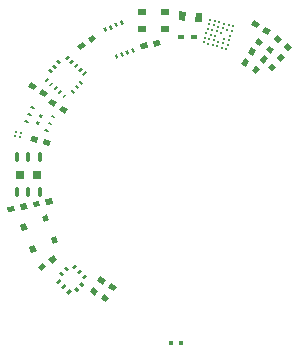
<source format=gtp>
G04 #@! TF.FileFunction,Paste,Top*
%FSLAX46Y46*%
G04 Gerber Fmt 4.6, Leading zero omitted, Abs format (unit mm)*
G04 Created by KiCad (PCBNEW 0.201503110816+5502~22~ubuntu14.04.1-product) date ថ្ងៃ​អាទិត្យ ថ្ងៃ 29 ខែ មិនា ឆ្នាំ  2015, 13 ម៉ោង m នាទី 44 វិនាទី​*
%MOMM*%
G01*
G04 APERTURE LIST*
%ADD10C,0.020000*%
%ADD11C,0.210000*%
%ADD12O,0.410000X0.810000*%
%ADD13R,0.760000X0.760000*%
%ADD14C,0.210000*%
%ADD15R,0.460000X0.460000*%
%ADD16R,0.800000X0.600000*%
%ADD17R,0.560000X0.460000*%
G04 APERTURE END LIST*
D10*
D11*
X96818676Y-83466067D03*
X96701728Y-83848589D03*
X96584779Y-84231111D03*
X96467830Y-84613633D03*
X96350882Y-84996155D03*
X96233933Y-85378676D03*
X96436155Y-83349118D03*
X96319206Y-83731640D03*
X96085309Y-84496684D03*
X95968360Y-84879206D03*
X95851411Y-85261728D03*
X96053633Y-83232170D03*
X95936684Y-83614691D03*
X95819735Y-83997213D03*
X95585838Y-84762257D03*
X95468889Y-85144779D03*
X95671111Y-83115221D03*
X95554162Y-83497743D03*
X95437213Y-83880265D03*
X95320265Y-84262787D03*
X95203316Y-84645309D03*
X95086367Y-85027830D03*
X95288589Y-82998272D03*
X95171640Y-83380794D03*
X95054691Y-83763316D03*
X94937743Y-84145838D03*
X94820794Y-84528360D03*
X94703845Y-84910882D03*
X94906067Y-82881324D03*
X94789118Y-83263845D03*
X94672170Y-83646367D03*
X94555221Y-84028889D03*
X94438272Y-84411411D03*
X94321324Y-84793933D03*
D10*
G36*
X87226874Y-83022298D02*
X87421307Y-82942951D01*
X87557330Y-83276264D01*
X87362897Y-83355611D01*
X87226874Y-83022298D01*
X87226874Y-83022298D01*
G37*
G36*
X86763939Y-83211219D02*
X86958372Y-83131872D01*
X87094395Y-83465185D01*
X86899962Y-83544532D01*
X86763939Y-83211219D01*
X86763939Y-83211219D01*
G37*
G36*
X86301003Y-83400139D02*
X86495436Y-83320792D01*
X86631459Y-83654105D01*
X86437026Y-83733452D01*
X86301003Y-83400139D01*
X86301003Y-83400139D01*
G37*
G36*
X85838068Y-83589059D02*
X86032501Y-83509712D01*
X86168524Y-83843025D01*
X85974091Y-83922372D01*
X85838068Y-83589059D01*
X85838068Y-83589059D01*
G37*
G36*
X86782670Y-85903736D02*
X86977103Y-85824389D01*
X87113126Y-86157702D01*
X86918693Y-86237049D01*
X86782670Y-85903736D01*
X86782670Y-85903736D01*
G37*
G36*
X87245605Y-85714815D02*
X87440038Y-85635468D01*
X87576061Y-85968781D01*
X87381628Y-86048128D01*
X87245605Y-85714815D01*
X87245605Y-85714815D01*
G37*
G36*
X87708541Y-85525895D02*
X87902974Y-85446548D01*
X88038997Y-85779861D01*
X87844564Y-85859208D01*
X87708541Y-85525895D01*
X87708541Y-85525895D01*
G37*
G36*
X88171476Y-85336975D02*
X88365909Y-85257628D01*
X88501932Y-85590941D01*
X88307499Y-85670288D01*
X88171476Y-85336975D01*
X88171476Y-85336975D01*
G37*
G36*
X80991972Y-88202308D02*
X80836649Y-88060975D01*
X81078934Y-87794708D01*
X81234257Y-87936041D01*
X80991972Y-88202308D01*
X80991972Y-88202308D01*
G37*
G36*
X81361787Y-88538814D02*
X81206464Y-88397481D01*
X81448749Y-88131214D01*
X81604072Y-88272547D01*
X81361787Y-88538814D01*
X81361787Y-88538814D01*
G37*
G36*
X81731603Y-88875320D02*
X81576280Y-88733987D01*
X81818565Y-88467720D01*
X81973888Y-88609053D01*
X81731603Y-88875320D01*
X81731603Y-88875320D01*
G37*
G36*
X82101418Y-89211827D02*
X81946095Y-89070494D01*
X82188380Y-88804227D01*
X82343703Y-88945560D01*
X82101418Y-89211827D01*
X82101418Y-89211827D01*
G37*
G36*
X82471234Y-89548333D02*
X82315911Y-89407000D01*
X82558196Y-89140733D01*
X82713519Y-89282066D01*
X82471234Y-89548333D01*
X82471234Y-89548333D01*
G37*
G36*
X83478814Y-88998213D02*
X83337481Y-89153536D01*
X83071214Y-88911251D01*
X83212547Y-88755928D01*
X83478814Y-88998213D01*
X83478814Y-88998213D01*
G37*
G36*
X83815320Y-88628397D02*
X83673987Y-88783720D01*
X83407720Y-88541435D01*
X83549053Y-88386112D01*
X83815320Y-88628397D01*
X83815320Y-88628397D01*
G37*
G36*
X84151827Y-88258582D02*
X84010494Y-88413905D01*
X83744227Y-88171620D01*
X83885560Y-88016297D01*
X84151827Y-88258582D01*
X84151827Y-88258582D01*
G37*
G36*
X84221066Y-87625292D02*
X84065743Y-87483959D01*
X84308028Y-87217692D01*
X84463351Y-87359025D01*
X84221066Y-87625292D01*
X84221066Y-87625292D01*
G37*
G36*
X83851251Y-87288786D02*
X83695928Y-87147453D01*
X83938213Y-86881186D01*
X84093536Y-87022519D01*
X83851251Y-87288786D01*
X83851251Y-87288786D01*
G37*
G36*
X83481435Y-86952280D02*
X83326112Y-86810947D01*
X83568397Y-86544680D01*
X83723720Y-86686013D01*
X83481435Y-86952280D01*
X83481435Y-86952280D01*
G37*
G36*
X83111620Y-86615773D02*
X82956297Y-86474440D01*
X83198582Y-86208173D01*
X83353905Y-86349506D01*
X83111620Y-86615773D01*
X83111620Y-86615773D01*
G37*
G36*
X82741804Y-86279267D02*
X82586481Y-86137934D01*
X82828766Y-85871667D01*
X82984089Y-86013000D01*
X82741804Y-86279267D01*
X82741804Y-86279267D01*
G37*
G36*
X82228786Y-86508749D02*
X82087453Y-86664072D01*
X81821186Y-86421787D01*
X81962519Y-86266464D01*
X82228786Y-86508749D01*
X82228786Y-86508749D01*
G37*
G36*
X81892280Y-86878565D02*
X81750947Y-87033888D01*
X81484680Y-86791603D01*
X81626013Y-86636280D01*
X81892280Y-86878565D01*
X81892280Y-86878565D01*
G37*
G36*
X81555773Y-87248380D02*
X81414440Y-87403703D01*
X81148173Y-87161418D01*
X81289506Y-87006095D01*
X81555773Y-87248380D01*
X81555773Y-87248380D01*
G37*
D11*
X78854949Y-92468579D03*
X78751421Y-92854949D03*
X78468579Y-92365051D03*
X78365051Y-92751421D03*
D12*
X78500000Y-97450000D03*
X79500000Y-97450000D03*
X80500000Y-97450000D03*
X80500000Y-94550000D03*
X79500000Y-94550000D03*
X78500000Y-94550000D03*
D13*
X78800000Y-96000000D03*
X80200000Y-96000000D03*
D14*
X81168440Y-92333474D02*
X80939002Y-92234188D01*
X81426586Y-91736933D02*
X81197148Y-91637647D01*
X81684732Y-91140393D02*
X81455294Y-91041107D01*
X79940998Y-90385812D02*
X79711560Y-90286526D01*
X79682852Y-90982353D02*
X79453414Y-90883067D01*
X79424706Y-91578893D02*
X79195268Y-91479607D01*
D10*
G36*
X80471935Y-91563535D02*
X80368677Y-91802151D01*
X80130061Y-91698893D01*
X80233319Y-91460277D01*
X80471935Y-91563535D01*
X80471935Y-91563535D01*
G37*
G36*
X80730081Y-90966995D02*
X80626823Y-91205611D01*
X80388207Y-91102353D01*
X80491465Y-90863737D01*
X80730081Y-90966995D01*
X80730081Y-90966995D01*
G37*
G36*
X82480841Y-103923703D02*
X82666603Y-103741791D01*
X82953465Y-104034725D01*
X82767703Y-104216637D01*
X82480841Y-103923703D01*
X82480841Y-103923703D01*
G37*
G36*
X82052158Y-104343501D02*
X82237920Y-104161589D01*
X82524782Y-104454523D01*
X82339020Y-104636435D01*
X82052158Y-104343501D01*
X82052158Y-104343501D01*
G37*
G36*
X82013804Y-105304817D02*
X81831892Y-105119055D01*
X82124826Y-104832193D01*
X82306738Y-105017955D01*
X82013804Y-105304817D01*
X82013804Y-105304817D01*
G37*
G36*
X82433602Y-105733501D02*
X82251690Y-105547739D01*
X82544624Y-105260877D01*
X82726536Y-105446639D01*
X82433602Y-105733501D01*
X82433602Y-105733501D01*
G37*
G36*
X82853400Y-106162184D02*
X82671488Y-105976422D01*
X82964422Y-105689560D01*
X83146334Y-105875322D01*
X82853400Y-106162184D01*
X82853400Y-106162184D01*
G37*
G36*
X83346535Y-105665275D02*
X83532297Y-105483363D01*
X83819159Y-105776297D01*
X83633397Y-105958209D01*
X83346535Y-105665275D01*
X83346535Y-105665275D01*
G37*
G36*
X83775218Y-105245477D02*
X83960980Y-105063565D01*
X84247842Y-105356499D01*
X84062080Y-105538411D01*
X83775218Y-105245477D01*
X83775218Y-105245477D01*
G37*
G36*
X84175174Y-104867807D02*
X83993262Y-104682045D01*
X84286196Y-104395183D01*
X84468108Y-104580945D01*
X84175174Y-104867807D01*
X84175174Y-104867807D01*
G37*
G36*
X83755376Y-104439123D02*
X83573464Y-104253361D01*
X83866398Y-103966499D01*
X84048310Y-104152261D01*
X83755376Y-104439123D01*
X83755376Y-104439123D01*
G37*
G36*
X83335578Y-104010440D02*
X83153666Y-103824678D01*
X83446600Y-103537816D01*
X83628512Y-103723578D01*
X83335578Y-104010440D01*
X83335578Y-104010440D01*
G37*
G36*
X94219390Y-82356859D02*
X94153151Y-83113967D01*
X93595282Y-83065159D01*
X93661521Y-82308051D01*
X94219390Y-82356859D01*
X94219390Y-82356859D01*
G37*
G36*
X92824718Y-82234841D02*
X92758479Y-82991949D01*
X92200610Y-82943141D01*
X92266849Y-82186033D01*
X92824718Y-82234841D01*
X92824718Y-82234841D01*
G37*
D15*
X92450000Y-110250000D03*
X91550000Y-110250000D03*
D10*
G36*
X81840718Y-101222102D02*
X82029639Y-101685037D01*
X81566704Y-101873958D01*
X81377783Y-101411023D01*
X81840718Y-101222102D01*
X81840718Y-101222102D01*
G37*
G36*
X81085037Y-99370361D02*
X81273958Y-99833296D01*
X80811023Y-100022217D01*
X80622102Y-99559282D01*
X81085037Y-99370361D01*
X81085037Y-99370361D01*
G37*
G36*
X79233296Y-100126042D02*
X79422217Y-100588977D01*
X78959282Y-100777898D01*
X78770361Y-100314963D01*
X79233296Y-100126042D01*
X79233296Y-100126042D01*
G37*
G36*
X79988977Y-101977783D02*
X80177898Y-102440718D01*
X79714963Y-102629639D01*
X79526042Y-102166704D01*
X79988977Y-101977783D01*
X79988977Y-101977783D01*
G37*
D16*
X89080000Y-82220000D03*
X89080000Y-83720000D03*
X91080000Y-83720000D03*
X91080000Y-82220000D03*
D10*
G36*
X99405820Y-85888715D02*
X99773192Y-86165550D01*
X99436176Y-86612785D01*
X99068804Y-86335950D01*
X99405820Y-85888715D01*
X99405820Y-85888715D01*
G37*
G36*
X98743824Y-86767215D02*
X99111196Y-87044050D01*
X98774180Y-87491285D01*
X98406808Y-87214450D01*
X98743824Y-86767215D01*
X98743824Y-86767215D01*
G37*
G36*
X98668181Y-84822337D02*
X98932026Y-84445527D01*
X99390751Y-84766729D01*
X99126906Y-85143539D01*
X98668181Y-84822337D01*
X98668181Y-84822337D01*
G37*
G36*
X99569249Y-85453271D02*
X99833094Y-85076461D01*
X100291819Y-85397663D01*
X100027974Y-85774473D01*
X99569249Y-85453271D01*
X99569249Y-85453271D01*
G37*
G36*
X77789807Y-99195490D02*
X77701247Y-98744096D01*
X78250771Y-98636284D01*
X78339331Y-99087678D01*
X77789807Y-99195490D01*
X77789807Y-99195490D01*
G37*
G36*
X78869229Y-98983716D02*
X78780669Y-98532322D01*
X79330193Y-98424510D01*
X79418753Y-98875904D01*
X78869229Y-98983716D01*
X78869229Y-98983716D01*
G37*
G36*
X79939807Y-98775490D02*
X79851247Y-98324096D01*
X80400771Y-98216284D01*
X80489331Y-98667678D01*
X79939807Y-98775490D01*
X79939807Y-98775490D01*
G37*
G36*
X81019229Y-98563716D02*
X80930669Y-98112322D01*
X81480193Y-98004510D01*
X81568753Y-98455904D01*
X81019229Y-98563716D01*
X81019229Y-98563716D01*
G37*
G36*
X85324239Y-105015218D02*
X85568002Y-104625116D01*
X86042909Y-104921870D01*
X85799146Y-105311972D01*
X85324239Y-105015218D01*
X85324239Y-105015218D01*
G37*
G36*
X86257091Y-105598130D02*
X86500854Y-105208028D01*
X86975761Y-105504782D01*
X86731998Y-105894884D01*
X86257091Y-105598130D01*
X86257091Y-105598130D01*
G37*
G36*
X100236342Y-84512677D02*
X100532025Y-84160296D01*
X100961010Y-84520257D01*
X100665327Y-84872638D01*
X100236342Y-84512677D01*
X100236342Y-84512677D01*
G37*
G36*
X101078990Y-85219743D02*
X101374673Y-84867362D01*
X101803658Y-85227323D01*
X101507975Y-85579704D01*
X101078990Y-85219743D01*
X101078990Y-85219743D01*
G37*
G36*
X97924186Y-86883801D02*
X97525814Y-86653801D01*
X97805814Y-86168827D01*
X98204186Y-86398827D01*
X97924186Y-86883801D01*
X97924186Y-86883801D01*
G37*
G36*
X98474186Y-85931173D02*
X98075814Y-85701173D01*
X98355814Y-85216199D01*
X98754186Y-85446199D01*
X98474186Y-85931173D01*
X98474186Y-85931173D01*
G37*
D17*
X93510000Y-84370000D03*
X92410000Y-84370000D03*
D10*
G36*
X84694239Y-105945218D02*
X84938002Y-105555116D01*
X85412909Y-105851870D01*
X85169146Y-106241972D01*
X84694239Y-105945218D01*
X84694239Y-105945218D01*
G37*
G36*
X85627091Y-106528130D02*
X85870854Y-106138028D01*
X86345761Y-106434782D01*
X86101998Y-106824884D01*
X85627091Y-106528130D01*
X85627091Y-106528130D01*
G37*
G36*
X79494239Y-88565218D02*
X79738002Y-88175116D01*
X80212909Y-88471870D01*
X79969146Y-88861972D01*
X79494239Y-88565218D01*
X79494239Y-88565218D01*
G37*
G36*
X80427091Y-89148130D02*
X80670854Y-88758028D01*
X81145761Y-89054782D01*
X80901998Y-89444884D01*
X80427091Y-89148130D01*
X80427091Y-89148130D01*
G37*
G36*
X100897847Y-85746116D02*
X101234270Y-86059836D01*
X100852351Y-86469394D01*
X100515928Y-86155674D01*
X100897847Y-85746116D01*
X100897847Y-85746116D01*
G37*
G36*
X100147649Y-86550606D02*
X100484072Y-86864326D01*
X100102153Y-87273884D01*
X99765730Y-86960164D01*
X100147649Y-86550606D01*
X100147649Y-86550606D01*
G37*
G36*
X81647974Y-102835527D02*
X81911819Y-103212337D01*
X81453094Y-103533539D01*
X81189249Y-103156729D01*
X81647974Y-102835527D01*
X81647974Y-102835527D01*
G37*
G36*
X80746906Y-103466461D02*
X81010751Y-103843271D01*
X80552026Y-104164473D01*
X80288181Y-103787663D01*
X80746906Y-103466461D01*
X80746906Y-103466461D01*
G37*
G36*
X82835761Y-90454782D02*
X82591998Y-90844884D01*
X82117091Y-90548130D01*
X82360854Y-90158028D01*
X82835761Y-90454782D01*
X82835761Y-90454782D01*
G37*
G36*
X81902909Y-89871870D02*
X81659146Y-90261972D01*
X81184239Y-89965218D01*
X81428002Y-89575116D01*
X81902909Y-89871870D01*
X81902909Y-89871870D01*
G37*
G36*
X79658753Y-93147344D02*
X79777810Y-92703018D01*
X80318729Y-92847956D01*
X80199672Y-93292282D01*
X79658753Y-93147344D01*
X79658753Y-93147344D01*
G37*
G36*
X80721271Y-93432044D02*
X80840328Y-92987718D01*
X81381247Y-93132656D01*
X81262190Y-93576982D01*
X80721271Y-93432044D01*
X80721271Y-93432044D01*
G37*
G36*
X84999487Y-84155191D02*
X85256716Y-84536549D01*
X84792455Y-84849697D01*
X84535226Y-84468339D01*
X84999487Y-84155191D01*
X84999487Y-84155191D01*
G37*
G36*
X84087545Y-84770303D02*
X84344774Y-85151661D01*
X83880513Y-85464809D01*
X83623284Y-85083451D01*
X84087545Y-84770303D01*
X84087545Y-84770303D01*
G37*
G36*
X90590865Y-84605854D02*
X90678637Y-85057403D01*
X90128925Y-85164256D01*
X90041153Y-84712707D01*
X90590865Y-84605854D01*
X90590865Y-84605854D01*
G37*
G36*
X89511075Y-84815744D02*
X89598847Y-85267293D01*
X89049135Y-85374146D01*
X88961363Y-84922597D01*
X89511075Y-84815744D01*
X89511075Y-84815744D01*
G37*
G36*
X98356199Y-83354186D02*
X98586199Y-82955814D01*
X99071173Y-83235814D01*
X98841173Y-83634186D01*
X98356199Y-83354186D01*
X98356199Y-83354186D01*
G37*
G36*
X99308827Y-83904186D02*
X99538827Y-83505814D01*
X100023801Y-83785814D01*
X99793801Y-84184186D01*
X99308827Y-83904186D01*
X99308827Y-83904186D01*
G37*
M02*

</source>
